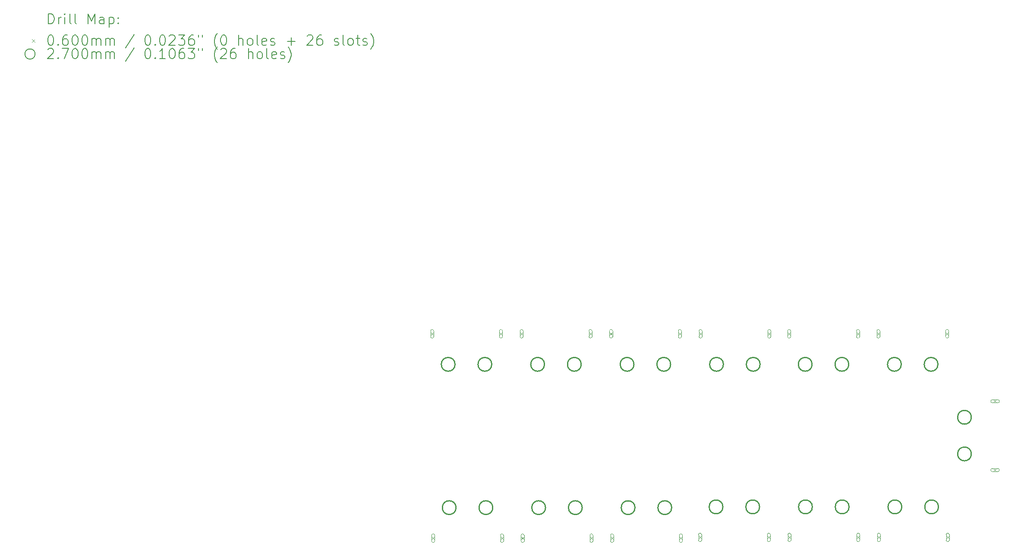
<source format=gbr>
%TF.GenerationSoftware,KiCad,Pcbnew,8.0.6*%
%TF.CreationDate,2025-03-13T21:17:41-04:00*%
%TF.ProjectId,XT60ConnectorBoard,58543630-436f-46e6-9e65-63746f72426f,rev?*%
%TF.SameCoordinates,Original*%
%TF.FileFunction,Drillmap*%
%TF.FilePolarity,Positive*%
%FSLAX45Y45*%
G04 Gerber Fmt 4.5, Leading zero omitted, Abs format (unit mm)*
G04 Created by KiCad (PCBNEW 8.0.6) date 2025-03-13 21:17:41*
%MOMM*%
%LPD*%
G01*
G04 APERTURE LIST*
%ADD10C,0.200000*%
%ADD11C,0.100000*%
%ADD12C,0.270000*%
G04 APERTURE END LIST*
D10*
D11*
X7760000Y-6370000D02*
X7820000Y-6430000D01*
X7820000Y-6370000D02*
X7760000Y-6430000D01*
X7760000Y-6345000D02*
X7760000Y-6455000D01*
X7820000Y-6455000D02*
G75*
G02*
X7760000Y-6455000I-30000J0D01*
G01*
X7820000Y-6455000D02*
X7820000Y-6345000D01*
X7820000Y-6345000D02*
G75*
G03*
X7760000Y-6345000I-30000J0D01*
G01*
X7780000Y-10385000D02*
X7840000Y-10445000D01*
X7840000Y-10385000D02*
X7780000Y-10445000D01*
X7840000Y-10470000D02*
X7840000Y-10360000D01*
X7780000Y-10360000D02*
G75*
G02*
X7840000Y-10360000I30000J0D01*
G01*
X7780000Y-10360000D02*
X7780000Y-10470000D01*
X7780000Y-10470000D02*
G75*
G03*
X7840000Y-10470000I30000J0D01*
G01*
X9110000Y-6370000D02*
X9170000Y-6430000D01*
X9170000Y-6370000D02*
X9110000Y-6430000D01*
X9110000Y-6345000D02*
X9110000Y-6455000D01*
X9170000Y-6455000D02*
G75*
G02*
X9110000Y-6455000I-30000J0D01*
G01*
X9170000Y-6455000D02*
X9170000Y-6345000D01*
X9170000Y-6345000D02*
G75*
G03*
X9110000Y-6345000I-30000J0D01*
G01*
X9130000Y-10385000D02*
X9190000Y-10445000D01*
X9190000Y-10385000D02*
X9130000Y-10445000D01*
X9190000Y-10470000D02*
X9190000Y-10360000D01*
X9130000Y-10360000D02*
G75*
G02*
X9190000Y-10360000I30000J0D01*
G01*
X9130000Y-10360000D02*
X9130000Y-10470000D01*
X9130000Y-10470000D02*
G75*
G03*
X9190000Y-10470000I30000J0D01*
G01*
X9515000Y-6370000D02*
X9575000Y-6430000D01*
X9575000Y-6370000D02*
X9515000Y-6430000D01*
X9515000Y-6345000D02*
X9515000Y-6455000D01*
X9575000Y-6455000D02*
G75*
G02*
X9515000Y-6455000I-30000J0D01*
G01*
X9575000Y-6455000D02*
X9575000Y-6345000D01*
X9575000Y-6345000D02*
G75*
G03*
X9515000Y-6345000I-30000J0D01*
G01*
X9535000Y-10385000D02*
X9595000Y-10445000D01*
X9595000Y-10385000D02*
X9535000Y-10445000D01*
X9595000Y-10470000D02*
X9595000Y-10360000D01*
X9535000Y-10360000D02*
G75*
G02*
X9595000Y-10360000I30000J0D01*
G01*
X9535000Y-10360000D02*
X9535000Y-10470000D01*
X9535000Y-10470000D02*
G75*
G03*
X9595000Y-10470000I30000J0D01*
G01*
X10865000Y-6370000D02*
X10925000Y-6430000D01*
X10925000Y-6370000D02*
X10865000Y-6430000D01*
X10865000Y-6345000D02*
X10865000Y-6455000D01*
X10925000Y-6455000D02*
G75*
G02*
X10865000Y-6455000I-30000J0D01*
G01*
X10925000Y-6455000D02*
X10925000Y-6345000D01*
X10925000Y-6345000D02*
G75*
G03*
X10865000Y-6345000I-30000J0D01*
G01*
X10885000Y-10385000D02*
X10945000Y-10445000D01*
X10945000Y-10385000D02*
X10885000Y-10445000D01*
X10945000Y-10470000D02*
X10945000Y-10360000D01*
X10885000Y-10360000D02*
G75*
G02*
X10945000Y-10360000I30000J0D01*
G01*
X10885000Y-10360000D02*
X10885000Y-10470000D01*
X10885000Y-10470000D02*
G75*
G03*
X10945000Y-10470000I30000J0D01*
G01*
X11270000Y-6370000D02*
X11330000Y-6430000D01*
X11330000Y-6370000D02*
X11270000Y-6430000D01*
X11270000Y-6345000D02*
X11270000Y-6455000D01*
X11330000Y-6455000D02*
G75*
G02*
X11270000Y-6455000I-30000J0D01*
G01*
X11330000Y-6455000D02*
X11330000Y-6345000D01*
X11330000Y-6345000D02*
G75*
G03*
X11270000Y-6345000I-30000J0D01*
G01*
X11290000Y-10385000D02*
X11350000Y-10445000D01*
X11350000Y-10385000D02*
X11290000Y-10445000D01*
X11350000Y-10470000D02*
X11350000Y-10360000D01*
X11290000Y-10360000D02*
G75*
G02*
X11350000Y-10360000I30000J0D01*
G01*
X11290000Y-10360000D02*
X11290000Y-10470000D01*
X11290000Y-10470000D02*
G75*
G03*
X11350000Y-10470000I30000J0D01*
G01*
X12620000Y-6370000D02*
X12680000Y-6430000D01*
X12680000Y-6370000D02*
X12620000Y-6430000D01*
X12620000Y-6345000D02*
X12620000Y-6455000D01*
X12680000Y-6455000D02*
G75*
G02*
X12620000Y-6455000I-30000J0D01*
G01*
X12680000Y-6455000D02*
X12680000Y-6345000D01*
X12680000Y-6345000D02*
G75*
G03*
X12620000Y-6345000I-30000J0D01*
G01*
X12640000Y-10385000D02*
X12700000Y-10445000D01*
X12700000Y-10385000D02*
X12640000Y-10445000D01*
X12700000Y-10470000D02*
X12700000Y-10360000D01*
X12640000Y-10360000D02*
G75*
G02*
X12700000Y-10360000I30000J0D01*
G01*
X12640000Y-10360000D02*
X12640000Y-10470000D01*
X12640000Y-10470000D02*
G75*
G03*
X12700000Y-10470000I30000J0D01*
G01*
X13015000Y-10370000D02*
X13075000Y-10430000D01*
X13075000Y-10370000D02*
X13015000Y-10430000D01*
X13075000Y-10455000D02*
X13075000Y-10345000D01*
X13015000Y-10345000D02*
G75*
G02*
X13075000Y-10345000I30000J0D01*
G01*
X13015000Y-10345000D02*
X13015000Y-10455000D01*
X13015000Y-10455000D02*
G75*
G03*
X13075000Y-10455000I30000J0D01*
G01*
X13025000Y-6370000D02*
X13085000Y-6430000D01*
X13085000Y-6370000D02*
X13025000Y-6430000D01*
X13025000Y-6345000D02*
X13025000Y-6455000D01*
X13085000Y-6455000D02*
G75*
G02*
X13025000Y-6455000I-30000J0D01*
G01*
X13085000Y-6455000D02*
X13085000Y-6345000D01*
X13085000Y-6345000D02*
G75*
G03*
X13025000Y-6345000I-30000J0D01*
G01*
X14365000Y-10370000D02*
X14425000Y-10430000D01*
X14425000Y-10370000D02*
X14365000Y-10430000D01*
X14425000Y-10455000D02*
X14425000Y-10345000D01*
X14365000Y-10345000D02*
G75*
G02*
X14425000Y-10345000I30000J0D01*
G01*
X14365000Y-10345000D02*
X14365000Y-10455000D01*
X14365000Y-10455000D02*
G75*
G03*
X14425000Y-10455000I30000J0D01*
G01*
X14375000Y-6370000D02*
X14435000Y-6430000D01*
X14435000Y-6370000D02*
X14375000Y-6430000D01*
X14375000Y-6345000D02*
X14375000Y-6455000D01*
X14435000Y-6455000D02*
G75*
G02*
X14375000Y-6455000I-30000J0D01*
G01*
X14435000Y-6455000D02*
X14435000Y-6345000D01*
X14435000Y-6345000D02*
G75*
G03*
X14375000Y-6345000I-30000J0D01*
G01*
X14765000Y-6370000D02*
X14825000Y-6430000D01*
X14825000Y-6370000D02*
X14765000Y-6430000D01*
X14765000Y-6345000D02*
X14765000Y-6455000D01*
X14825000Y-6455000D02*
G75*
G02*
X14765000Y-6455000I-30000J0D01*
G01*
X14825000Y-6455000D02*
X14825000Y-6345000D01*
X14825000Y-6345000D02*
G75*
G03*
X14765000Y-6345000I-30000J0D01*
G01*
X14770000Y-10370000D02*
X14830000Y-10430000D01*
X14830000Y-10370000D02*
X14770000Y-10430000D01*
X14830000Y-10455000D02*
X14830000Y-10345000D01*
X14770000Y-10345000D02*
G75*
G02*
X14830000Y-10345000I30000J0D01*
G01*
X14770000Y-10345000D02*
X14770000Y-10455000D01*
X14770000Y-10455000D02*
G75*
G03*
X14830000Y-10455000I30000J0D01*
G01*
X16115000Y-6370000D02*
X16175000Y-6430000D01*
X16175000Y-6370000D02*
X16115000Y-6430000D01*
X16115000Y-6345000D02*
X16115000Y-6455000D01*
X16175000Y-6455000D02*
G75*
G02*
X16115000Y-6455000I-30000J0D01*
G01*
X16175000Y-6455000D02*
X16175000Y-6345000D01*
X16175000Y-6345000D02*
G75*
G03*
X16115000Y-6345000I-30000J0D01*
G01*
X16120000Y-10370000D02*
X16180000Y-10430000D01*
X16180000Y-10370000D02*
X16120000Y-10430000D01*
X16180000Y-10455000D02*
X16180000Y-10345000D01*
X16120000Y-10345000D02*
G75*
G02*
X16180000Y-10345000I30000J0D01*
G01*
X16120000Y-10345000D02*
X16120000Y-10455000D01*
X16120000Y-10455000D02*
G75*
G03*
X16180000Y-10455000I30000J0D01*
G01*
X16515000Y-6370000D02*
X16575000Y-6430000D01*
X16575000Y-6370000D02*
X16515000Y-6430000D01*
X16515000Y-6345000D02*
X16515000Y-6455000D01*
X16575000Y-6455000D02*
G75*
G02*
X16515000Y-6455000I-30000J0D01*
G01*
X16575000Y-6455000D02*
X16575000Y-6345000D01*
X16575000Y-6345000D02*
G75*
G03*
X16515000Y-6345000I-30000J0D01*
G01*
X16525000Y-10370000D02*
X16585000Y-10430000D01*
X16585000Y-10370000D02*
X16525000Y-10430000D01*
X16585000Y-10455000D02*
X16585000Y-10345000D01*
X16525000Y-10345000D02*
G75*
G02*
X16585000Y-10345000I30000J0D01*
G01*
X16525000Y-10345000D02*
X16525000Y-10455000D01*
X16525000Y-10455000D02*
G75*
G03*
X16585000Y-10455000I30000J0D01*
G01*
X17865000Y-6370000D02*
X17925000Y-6430000D01*
X17925000Y-6370000D02*
X17865000Y-6430000D01*
X17865000Y-6345000D02*
X17865000Y-6455000D01*
X17925000Y-6455000D02*
G75*
G02*
X17865000Y-6455000I-30000J0D01*
G01*
X17925000Y-6455000D02*
X17925000Y-6345000D01*
X17925000Y-6345000D02*
G75*
G03*
X17865000Y-6345000I-30000J0D01*
G01*
X17875000Y-10370000D02*
X17935000Y-10430000D01*
X17935000Y-10370000D02*
X17875000Y-10430000D01*
X17935000Y-10455000D02*
X17935000Y-10345000D01*
X17875000Y-10345000D02*
G75*
G02*
X17935000Y-10345000I30000J0D01*
G01*
X17875000Y-10345000D02*
X17875000Y-10455000D01*
X17875000Y-10455000D02*
G75*
G03*
X17935000Y-10455000I30000J0D01*
G01*
X18805000Y-7695000D02*
X18865000Y-7755000D01*
X18865000Y-7695000D02*
X18805000Y-7755000D01*
X18890000Y-7695000D02*
X18780000Y-7695000D01*
X18780000Y-7755000D02*
G75*
G02*
X18780000Y-7695000I0J30000D01*
G01*
X18780000Y-7755000D02*
X18890000Y-7755000D01*
X18890000Y-7755000D02*
G75*
G03*
X18890000Y-7695000I0J30000D01*
G01*
X18805000Y-9045000D02*
X18865000Y-9105000D01*
X18865000Y-9045000D02*
X18805000Y-9105000D01*
X18890000Y-9045000D02*
X18780000Y-9045000D01*
X18780000Y-9105000D02*
G75*
G02*
X18780000Y-9045000I0J30000D01*
G01*
X18780000Y-9105000D02*
X18890000Y-9105000D01*
X18890000Y-9105000D02*
G75*
G03*
X18890000Y-9045000I0J30000D01*
G01*
D12*
X8240000Y-7000000D02*
G75*
G02*
X7970000Y-7000000I-135000J0D01*
G01*
X7970000Y-7000000D02*
G75*
G02*
X8240000Y-7000000I135000J0D01*
G01*
X8260000Y-9815000D02*
G75*
G02*
X7990000Y-9815000I-135000J0D01*
G01*
X7990000Y-9815000D02*
G75*
G02*
X8260000Y-9815000I135000J0D01*
G01*
X8960000Y-7000000D02*
G75*
G02*
X8690000Y-7000000I-135000J0D01*
G01*
X8690000Y-7000000D02*
G75*
G02*
X8960000Y-7000000I135000J0D01*
G01*
X8980000Y-9815000D02*
G75*
G02*
X8710000Y-9815000I-135000J0D01*
G01*
X8710000Y-9815000D02*
G75*
G02*
X8980000Y-9815000I135000J0D01*
G01*
X9995000Y-7000000D02*
G75*
G02*
X9725000Y-7000000I-135000J0D01*
G01*
X9725000Y-7000000D02*
G75*
G02*
X9995000Y-7000000I135000J0D01*
G01*
X10015000Y-9815000D02*
G75*
G02*
X9745000Y-9815000I-135000J0D01*
G01*
X9745000Y-9815000D02*
G75*
G02*
X10015000Y-9815000I135000J0D01*
G01*
X10715000Y-7000000D02*
G75*
G02*
X10445000Y-7000000I-135000J0D01*
G01*
X10445000Y-7000000D02*
G75*
G02*
X10715000Y-7000000I135000J0D01*
G01*
X10735000Y-9815000D02*
G75*
G02*
X10465000Y-9815000I-135000J0D01*
G01*
X10465000Y-9815000D02*
G75*
G02*
X10735000Y-9815000I135000J0D01*
G01*
X11750000Y-7000000D02*
G75*
G02*
X11480000Y-7000000I-135000J0D01*
G01*
X11480000Y-7000000D02*
G75*
G02*
X11750000Y-7000000I135000J0D01*
G01*
X11770000Y-9815000D02*
G75*
G02*
X11500000Y-9815000I-135000J0D01*
G01*
X11500000Y-9815000D02*
G75*
G02*
X11770000Y-9815000I135000J0D01*
G01*
X12470000Y-7000000D02*
G75*
G02*
X12200000Y-7000000I-135000J0D01*
G01*
X12200000Y-7000000D02*
G75*
G02*
X12470000Y-7000000I135000J0D01*
G01*
X12490000Y-9815000D02*
G75*
G02*
X12220000Y-9815000I-135000J0D01*
G01*
X12220000Y-9815000D02*
G75*
G02*
X12490000Y-9815000I135000J0D01*
G01*
X13495000Y-9800000D02*
G75*
G02*
X13225000Y-9800000I-135000J0D01*
G01*
X13225000Y-9800000D02*
G75*
G02*
X13495000Y-9800000I135000J0D01*
G01*
X13505000Y-7000000D02*
G75*
G02*
X13235000Y-7000000I-135000J0D01*
G01*
X13235000Y-7000000D02*
G75*
G02*
X13505000Y-7000000I135000J0D01*
G01*
X14215000Y-9800000D02*
G75*
G02*
X13945000Y-9800000I-135000J0D01*
G01*
X13945000Y-9800000D02*
G75*
G02*
X14215000Y-9800000I135000J0D01*
G01*
X14225000Y-7000000D02*
G75*
G02*
X13955000Y-7000000I-135000J0D01*
G01*
X13955000Y-7000000D02*
G75*
G02*
X14225000Y-7000000I135000J0D01*
G01*
X15245000Y-7000000D02*
G75*
G02*
X14975000Y-7000000I-135000J0D01*
G01*
X14975000Y-7000000D02*
G75*
G02*
X15245000Y-7000000I135000J0D01*
G01*
X15250000Y-9800000D02*
G75*
G02*
X14980000Y-9800000I-135000J0D01*
G01*
X14980000Y-9800000D02*
G75*
G02*
X15250000Y-9800000I135000J0D01*
G01*
X15965000Y-7000000D02*
G75*
G02*
X15695000Y-7000000I-135000J0D01*
G01*
X15695000Y-7000000D02*
G75*
G02*
X15965000Y-7000000I135000J0D01*
G01*
X15970000Y-9800000D02*
G75*
G02*
X15700000Y-9800000I-135000J0D01*
G01*
X15700000Y-9800000D02*
G75*
G02*
X15970000Y-9800000I135000J0D01*
G01*
X16995000Y-7000000D02*
G75*
G02*
X16725000Y-7000000I-135000J0D01*
G01*
X16725000Y-7000000D02*
G75*
G02*
X16995000Y-7000000I135000J0D01*
G01*
X17005000Y-9800000D02*
G75*
G02*
X16735000Y-9800000I-135000J0D01*
G01*
X16735000Y-9800000D02*
G75*
G02*
X17005000Y-9800000I135000J0D01*
G01*
X17715000Y-7000000D02*
G75*
G02*
X17445000Y-7000000I-135000J0D01*
G01*
X17445000Y-7000000D02*
G75*
G02*
X17715000Y-7000000I135000J0D01*
G01*
X17725000Y-9800000D02*
G75*
G02*
X17455000Y-9800000I-135000J0D01*
G01*
X17455000Y-9800000D02*
G75*
G02*
X17725000Y-9800000I135000J0D01*
G01*
X18370000Y-8040000D02*
G75*
G02*
X18100000Y-8040000I-135000J0D01*
G01*
X18100000Y-8040000D02*
G75*
G02*
X18370000Y-8040000I135000J0D01*
G01*
X18370000Y-8760000D02*
G75*
G02*
X18100000Y-8760000I-135000J0D01*
G01*
X18100000Y-8760000D02*
G75*
G02*
X18370000Y-8760000I135000J0D01*
G01*
D10*
X260777Y-311484D02*
X260777Y-111484D01*
X260777Y-111484D02*
X308396Y-111484D01*
X308396Y-111484D02*
X336967Y-121008D01*
X336967Y-121008D02*
X356015Y-140055D01*
X356015Y-140055D02*
X365539Y-159103D01*
X365539Y-159103D02*
X375062Y-197198D01*
X375062Y-197198D02*
X375062Y-225769D01*
X375062Y-225769D02*
X365539Y-263865D01*
X365539Y-263865D02*
X356015Y-282912D01*
X356015Y-282912D02*
X336967Y-301960D01*
X336967Y-301960D02*
X308396Y-311484D01*
X308396Y-311484D02*
X260777Y-311484D01*
X460777Y-311484D02*
X460777Y-178150D01*
X460777Y-216246D02*
X470301Y-197198D01*
X470301Y-197198D02*
X479824Y-187674D01*
X479824Y-187674D02*
X498872Y-178150D01*
X498872Y-178150D02*
X517920Y-178150D01*
X584586Y-311484D02*
X584586Y-178150D01*
X584586Y-111484D02*
X575063Y-121008D01*
X575063Y-121008D02*
X584586Y-130531D01*
X584586Y-130531D02*
X594110Y-121008D01*
X594110Y-121008D02*
X584586Y-111484D01*
X584586Y-111484D02*
X584586Y-130531D01*
X708396Y-311484D02*
X689348Y-301960D01*
X689348Y-301960D02*
X679824Y-282912D01*
X679824Y-282912D02*
X679824Y-111484D01*
X813158Y-311484D02*
X794110Y-301960D01*
X794110Y-301960D02*
X784586Y-282912D01*
X784586Y-282912D02*
X784586Y-111484D01*
X1041729Y-311484D02*
X1041729Y-111484D01*
X1041729Y-111484D02*
X1108396Y-254341D01*
X1108396Y-254341D02*
X1175063Y-111484D01*
X1175063Y-111484D02*
X1175063Y-311484D01*
X1356015Y-311484D02*
X1356015Y-206722D01*
X1356015Y-206722D02*
X1346491Y-187674D01*
X1346491Y-187674D02*
X1327444Y-178150D01*
X1327444Y-178150D02*
X1289348Y-178150D01*
X1289348Y-178150D02*
X1270301Y-187674D01*
X1356015Y-301960D02*
X1336967Y-311484D01*
X1336967Y-311484D02*
X1289348Y-311484D01*
X1289348Y-311484D02*
X1270301Y-301960D01*
X1270301Y-301960D02*
X1260777Y-282912D01*
X1260777Y-282912D02*
X1260777Y-263865D01*
X1260777Y-263865D02*
X1270301Y-244817D01*
X1270301Y-244817D02*
X1289348Y-235293D01*
X1289348Y-235293D02*
X1336967Y-235293D01*
X1336967Y-235293D02*
X1356015Y-225769D01*
X1451253Y-178150D02*
X1451253Y-378150D01*
X1451253Y-187674D02*
X1470301Y-178150D01*
X1470301Y-178150D02*
X1508396Y-178150D01*
X1508396Y-178150D02*
X1527443Y-187674D01*
X1527443Y-187674D02*
X1536967Y-197198D01*
X1536967Y-197198D02*
X1546491Y-216246D01*
X1546491Y-216246D02*
X1546491Y-273389D01*
X1546491Y-273389D02*
X1536967Y-292436D01*
X1536967Y-292436D02*
X1527443Y-301960D01*
X1527443Y-301960D02*
X1508396Y-311484D01*
X1508396Y-311484D02*
X1470301Y-311484D01*
X1470301Y-311484D02*
X1451253Y-301960D01*
X1632205Y-292436D02*
X1641729Y-301960D01*
X1641729Y-301960D02*
X1632205Y-311484D01*
X1632205Y-311484D02*
X1622682Y-301960D01*
X1622682Y-301960D02*
X1632205Y-292436D01*
X1632205Y-292436D02*
X1632205Y-311484D01*
X1632205Y-187674D02*
X1641729Y-197198D01*
X1641729Y-197198D02*
X1632205Y-206722D01*
X1632205Y-206722D02*
X1622682Y-197198D01*
X1622682Y-197198D02*
X1632205Y-187674D01*
X1632205Y-187674D02*
X1632205Y-206722D01*
D11*
X-60000Y-610000D02*
X0Y-670000D01*
X0Y-610000D02*
X-60000Y-670000D01*
D10*
X298872Y-531484D02*
X317920Y-531484D01*
X317920Y-531484D02*
X336967Y-541008D01*
X336967Y-541008D02*
X346491Y-550531D01*
X346491Y-550531D02*
X356015Y-569579D01*
X356015Y-569579D02*
X365539Y-607674D01*
X365539Y-607674D02*
X365539Y-655293D01*
X365539Y-655293D02*
X356015Y-693389D01*
X356015Y-693389D02*
X346491Y-712436D01*
X346491Y-712436D02*
X336967Y-721960D01*
X336967Y-721960D02*
X317920Y-731484D01*
X317920Y-731484D02*
X298872Y-731484D01*
X298872Y-731484D02*
X279824Y-721960D01*
X279824Y-721960D02*
X270301Y-712436D01*
X270301Y-712436D02*
X260777Y-693389D01*
X260777Y-693389D02*
X251253Y-655293D01*
X251253Y-655293D02*
X251253Y-607674D01*
X251253Y-607674D02*
X260777Y-569579D01*
X260777Y-569579D02*
X270301Y-550531D01*
X270301Y-550531D02*
X279824Y-541008D01*
X279824Y-541008D02*
X298872Y-531484D01*
X451253Y-712436D02*
X460777Y-721960D01*
X460777Y-721960D02*
X451253Y-731484D01*
X451253Y-731484D02*
X441729Y-721960D01*
X441729Y-721960D02*
X451253Y-712436D01*
X451253Y-712436D02*
X451253Y-731484D01*
X632205Y-531484D02*
X594110Y-531484D01*
X594110Y-531484D02*
X575063Y-541008D01*
X575063Y-541008D02*
X565539Y-550531D01*
X565539Y-550531D02*
X546491Y-579103D01*
X546491Y-579103D02*
X536967Y-617198D01*
X536967Y-617198D02*
X536967Y-693389D01*
X536967Y-693389D02*
X546491Y-712436D01*
X546491Y-712436D02*
X556015Y-721960D01*
X556015Y-721960D02*
X575063Y-731484D01*
X575063Y-731484D02*
X613158Y-731484D01*
X613158Y-731484D02*
X632205Y-721960D01*
X632205Y-721960D02*
X641729Y-712436D01*
X641729Y-712436D02*
X651253Y-693389D01*
X651253Y-693389D02*
X651253Y-645770D01*
X651253Y-645770D02*
X641729Y-626722D01*
X641729Y-626722D02*
X632205Y-617198D01*
X632205Y-617198D02*
X613158Y-607674D01*
X613158Y-607674D02*
X575063Y-607674D01*
X575063Y-607674D02*
X556015Y-617198D01*
X556015Y-617198D02*
X546491Y-626722D01*
X546491Y-626722D02*
X536967Y-645770D01*
X775062Y-531484D02*
X794110Y-531484D01*
X794110Y-531484D02*
X813158Y-541008D01*
X813158Y-541008D02*
X822682Y-550531D01*
X822682Y-550531D02*
X832205Y-569579D01*
X832205Y-569579D02*
X841729Y-607674D01*
X841729Y-607674D02*
X841729Y-655293D01*
X841729Y-655293D02*
X832205Y-693389D01*
X832205Y-693389D02*
X822682Y-712436D01*
X822682Y-712436D02*
X813158Y-721960D01*
X813158Y-721960D02*
X794110Y-731484D01*
X794110Y-731484D02*
X775062Y-731484D01*
X775062Y-731484D02*
X756015Y-721960D01*
X756015Y-721960D02*
X746491Y-712436D01*
X746491Y-712436D02*
X736967Y-693389D01*
X736967Y-693389D02*
X727443Y-655293D01*
X727443Y-655293D02*
X727443Y-607674D01*
X727443Y-607674D02*
X736967Y-569579D01*
X736967Y-569579D02*
X746491Y-550531D01*
X746491Y-550531D02*
X756015Y-541008D01*
X756015Y-541008D02*
X775062Y-531484D01*
X965539Y-531484D02*
X984586Y-531484D01*
X984586Y-531484D02*
X1003634Y-541008D01*
X1003634Y-541008D02*
X1013158Y-550531D01*
X1013158Y-550531D02*
X1022682Y-569579D01*
X1022682Y-569579D02*
X1032205Y-607674D01*
X1032205Y-607674D02*
X1032205Y-655293D01*
X1032205Y-655293D02*
X1022682Y-693389D01*
X1022682Y-693389D02*
X1013158Y-712436D01*
X1013158Y-712436D02*
X1003634Y-721960D01*
X1003634Y-721960D02*
X984586Y-731484D01*
X984586Y-731484D02*
X965539Y-731484D01*
X965539Y-731484D02*
X946491Y-721960D01*
X946491Y-721960D02*
X936967Y-712436D01*
X936967Y-712436D02*
X927443Y-693389D01*
X927443Y-693389D02*
X917920Y-655293D01*
X917920Y-655293D02*
X917920Y-607674D01*
X917920Y-607674D02*
X927443Y-569579D01*
X927443Y-569579D02*
X936967Y-550531D01*
X936967Y-550531D02*
X946491Y-541008D01*
X946491Y-541008D02*
X965539Y-531484D01*
X1117920Y-731484D02*
X1117920Y-598150D01*
X1117920Y-617198D02*
X1127444Y-607674D01*
X1127444Y-607674D02*
X1146491Y-598150D01*
X1146491Y-598150D02*
X1175063Y-598150D01*
X1175063Y-598150D02*
X1194110Y-607674D01*
X1194110Y-607674D02*
X1203634Y-626722D01*
X1203634Y-626722D02*
X1203634Y-731484D01*
X1203634Y-626722D02*
X1213158Y-607674D01*
X1213158Y-607674D02*
X1232205Y-598150D01*
X1232205Y-598150D02*
X1260777Y-598150D01*
X1260777Y-598150D02*
X1279825Y-607674D01*
X1279825Y-607674D02*
X1289348Y-626722D01*
X1289348Y-626722D02*
X1289348Y-731484D01*
X1384586Y-731484D02*
X1384586Y-598150D01*
X1384586Y-617198D02*
X1394110Y-607674D01*
X1394110Y-607674D02*
X1413158Y-598150D01*
X1413158Y-598150D02*
X1441729Y-598150D01*
X1441729Y-598150D02*
X1460777Y-607674D01*
X1460777Y-607674D02*
X1470301Y-626722D01*
X1470301Y-626722D02*
X1470301Y-731484D01*
X1470301Y-626722D02*
X1479824Y-607674D01*
X1479824Y-607674D02*
X1498872Y-598150D01*
X1498872Y-598150D02*
X1527443Y-598150D01*
X1527443Y-598150D02*
X1546491Y-607674D01*
X1546491Y-607674D02*
X1556015Y-626722D01*
X1556015Y-626722D02*
X1556015Y-731484D01*
X1946491Y-521960D02*
X1775063Y-779103D01*
X2203634Y-531484D02*
X2222682Y-531484D01*
X2222682Y-531484D02*
X2241729Y-541008D01*
X2241729Y-541008D02*
X2251253Y-550531D01*
X2251253Y-550531D02*
X2260777Y-569579D01*
X2260777Y-569579D02*
X2270301Y-607674D01*
X2270301Y-607674D02*
X2270301Y-655293D01*
X2270301Y-655293D02*
X2260777Y-693389D01*
X2260777Y-693389D02*
X2251253Y-712436D01*
X2251253Y-712436D02*
X2241729Y-721960D01*
X2241729Y-721960D02*
X2222682Y-731484D01*
X2222682Y-731484D02*
X2203634Y-731484D01*
X2203634Y-731484D02*
X2184587Y-721960D01*
X2184587Y-721960D02*
X2175063Y-712436D01*
X2175063Y-712436D02*
X2165539Y-693389D01*
X2165539Y-693389D02*
X2156015Y-655293D01*
X2156015Y-655293D02*
X2156015Y-607674D01*
X2156015Y-607674D02*
X2165539Y-569579D01*
X2165539Y-569579D02*
X2175063Y-550531D01*
X2175063Y-550531D02*
X2184587Y-541008D01*
X2184587Y-541008D02*
X2203634Y-531484D01*
X2356015Y-712436D02*
X2365539Y-721960D01*
X2365539Y-721960D02*
X2356015Y-731484D01*
X2356015Y-731484D02*
X2346491Y-721960D01*
X2346491Y-721960D02*
X2356015Y-712436D01*
X2356015Y-712436D02*
X2356015Y-731484D01*
X2489348Y-531484D02*
X2508396Y-531484D01*
X2508396Y-531484D02*
X2527444Y-541008D01*
X2527444Y-541008D02*
X2536968Y-550531D01*
X2536968Y-550531D02*
X2546491Y-569579D01*
X2546491Y-569579D02*
X2556015Y-607674D01*
X2556015Y-607674D02*
X2556015Y-655293D01*
X2556015Y-655293D02*
X2546491Y-693389D01*
X2546491Y-693389D02*
X2536968Y-712436D01*
X2536968Y-712436D02*
X2527444Y-721960D01*
X2527444Y-721960D02*
X2508396Y-731484D01*
X2508396Y-731484D02*
X2489348Y-731484D01*
X2489348Y-731484D02*
X2470301Y-721960D01*
X2470301Y-721960D02*
X2460777Y-712436D01*
X2460777Y-712436D02*
X2451253Y-693389D01*
X2451253Y-693389D02*
X2441729Y-655293D01*
X2441729Y-655293D02*
X2441729Y-607674D01*
X2441729Y-607674D02*
X2451253Y-569579D01*
X2451253Y-569579D02*
X2460777Y-550531D01*
X2460777Y-550531D02*
X2470301Y-541008D01*
X2470301Y-541008D02*
X2489348Y-531484D01*
X2632206Y-550531D02*
X2641729Y-541008D01*
X2641729Y-541008D02*
X2660777Y-531484D01*
X2660777Y-531484D02*
X2708396Y-531484D01*
X2708396Y-531484D02*
X2727444Y-541008D01*
X2727444Y-541008D02*
X2736968Y-550531D01*
X2736968Y-550531D02*
X2746491Y-569579D01*
X2746491Y-569579D02*
X2746491Y-588627D01*
X2746491Y-588627D02*
X2736968Y-617198D01*
X2736968Y-617198D02*
X2622682Y-731484D01*
X2622682Y-731484D02*
X2746491Y-731484D01*
X2813158Y-531484D02*
X2936967Y-531484D01*
X2936967Y-531484D02*
X2870301Y-607674D01*
X2870301Y-607674D02*
X2898872Y-607674D01*
X2898872Y-607674D02*
X2917920Y-617198D01*
X2917920Y-617198D02*
X2927444Y-626722D01*
X2927444Y-626722D02*
X2936967Y-645770D01*
X2936967Y-645770D02*
X2936967Y-693389D01*
X2936967Y-693389D02*
X2927444Y-712436D01*
X2927444Y-712436D02*
X2917920Y-721960D01*
X2917920Y-721960D02*
X2898872Y-731484D01*
X2898872Y-731484D02*
X2841729Y-731484D01*
X2841729Y-731484D02*
X2822682Y-721960D01*
X2822682Y-721960D02*
X2813158Y-712436D01*
X3108396Y-531484D02*
X3070301Y-531484D01*
X3070301Y-531484D02*
X3051253Y-541008D01*
X3051253Y-541008D02*
X3041729Y-550531D01*
X3041729Y-550531D02*
X3022682Y-579103D01*
X3022682Y-579103D02*
X3013158Y-617198D01*
X3013158Y-617198D02*
X3013158Y-693389D01*
X3013158Y-693389D02*
X3022682Y-712436D01*
X3022682Y-712436D02*
X3032206Y-721960D01*
X3032206Y-721960D02*
X3051253Y-731484D01*
X3051253Y-731484D02*
X3089348Y-731484D01*
X3089348Y-731484D02*
X3108396Y-721960D01*
X3108396Y-721960D02*
X3117920Y-712436D01*
X3117920Y-712436D02*
X3127444Y-693389D01*
X3127444Y-693389D02*
X3127444Y-645770D01*
X3127444Y-645770D02*
X3117920Y-626722D01*
X3117920Y-626722D02*
X3108396Y-617198D01*
X3108396Y-617198D02*
X3089348Y-607674D01*
X3089348Y-607674D02*
X3051253Y-607674D01*
X3051253Y-607674D02*
X3032206Y-617198D01*
X3032206Y-617198D02*
X3022682Y-626722D01*
X3022682Y-626722D02*
X3013158Y-645770D01*
X3203634Y-531484D02*
X3203634Y-569579D01*
X3279825Y-531484D02*
X3279825Y-569579D01*
X3575063Y-807674D02*
X3565539Y-798150D01*
X3565539Y-798150D02*
X3546491Y-769579D01*
X3546491Y-769579D02*
X3536968Y-750531D01*
X3536968Y-750531D02*
X3527444Y-721960D01*
X3527444Y-721960D02*
X3517920Y-674341D01*
X3517920Y-674341D02*
X3517920Y-636246D01*
X3517920Y-636246D02*
X3527444Y-588627D01*
X3527444Y-588627D02*
X3536968Y-560055D01*
X3536968Y-560055D02*
X3546491Y-541008D01*
X3546491Y-541008D02*
X3565539Y-512436D01*
X3565539Y-512436D02*
X3575063Y-502912D01*
X3689348Y-531484D02*
X3708396Y-531484D01*
X3708396Y-531484D02*
X3727444Y-541008D01*
X3727444Y-541008D02*
X3736968Y-550531D01*
X3736968Y-550531D02*
X3746491Y-569579D01*
X3746491Y-569579D02*
X3756015Y-607674D01*
X3756015Y-607674D02*
X3756015Y-655293D01*
X3756015Y-655293D02*
X3746491Y-693389D01*
X3746491Y-693389D02*
X3736968Y-712436D01*
X3736968Y-712436D02*
X3727444Y-721960D01*
X3727444Y-721960D02*
X3708396Y-731484D01*
X3708396Y-731484D02*
X3689348Y-731484D01*
X3689348Y-731484D02*
X3670301Y-721960D01*
X3670301Y-721960D02*
X3660777Y-712436D01*
X3660777Y-712436D02*
X3651253Y-693389D01*
X3651253Y-693389D02*
X3641729Y-655293D01*
X3641729Y-655293D02*
X3641729Y-607674D01*
X3641729Y-607674D02*
X3651253Y-569579D01*
X3651253Y-569579D02*
X3660777Y-550531D01*
X3660777Y-550531D02*
X3670301Y-541008D01*
X3670301Y-541008D02*
X3689348Y-531484D01*
X3994110Y-731484D02*
X3994110Y-531484D01*
X4079825Y-731484D02*
X4079825Y-626722D01*
X4079825Y-626722D02*
X4070301Y-607674D01*
X4070301Y-607674D02*
X4051253Y-598150D01*
X4051253Y-598150D02*
X4022682Y-598150D01*
X4022682Y-598150D02*
X4003634Y-607674D01*
X4003634Y-607674D02*
X3994110Y-617198D01*
X4203634Y-731484D02*
X4184587Y-721960D01*
X4184587Y-721960D02*
X4175063Y-712436D01*
X4175063Y-712436D02*
X4165539Y-693389D01*
X4165539Y-693389D02*
X4165539Y-636246D01*
X4165539Y-636246D02*
X4175063Y-617198D01*
X4175063Y-617198D02*
X4184587Y-607674D01*
X4184587Y-607674D02*
X4203634Y-598150D01*
X4203634Y-598150D02*
X4232206Y-598150D01*
X4232206Y-598150D02*
X4251253Y-607674D01*
X4251253Y-607674D02*
X4260777Y-617198D01*
X4260777Y-617198D02*
X4270301Y-636246D01*
X4270301Y-636246D02*
X4270301Y-693389D01*
X4270301Y-693389D02*
X4260777Y-712436D01*
X4260777Y-712436D02*
X4251253Y-721960D01*
X4251253Y-721960D02*
X4232206Y-731484D01*
X4232206Y-731484D02*
X4203634Y-731484D01*
X4384587Y-731484D02*
X4365539Y-721960D01*
X4365539Y-721960D02*
X4356015Y-702912D01*
X4356015Y-702912D02*
X4356015Y-531484D01*
X4536968Y-721960D02*
X4517920Y-731484D01*
X4517920Y-731484D02*
X4479825Y-731484D01*
X4479825Y-731484D02*
X4460777Y-721960D01*
X4460777Y-721960D02*
X4451253Y-702912D01*
X4451253Y-702912D02*
X4451253Y-626722D01*
X4451253Y-626722D02*
X4460777Y-607674D01*
X4460777Y-607674D02*
X4479825Y-598150D01*
X4479825Y-598150D02*
X4517920Y-598150D01*
X4517920Y-598150D02*
X4536968Y-607674D01*
X4536968Y-607674D02*
X4546492Y-626722D01*
X4546492Y-626722D02*
X4546492Y-645770D01*
X4546492Y-645770D02*
X4451253Y-664817D01*
X4622682Y-721960D02*
X4641730Y-731484D01*
X4641730Y-731484D02*
X4679825Y-731484D01*
X4679825Y-731484D02*
X4698873Y-721960D01*
X4698873Y-721960D02*
X4708396Y-702912D01*
X4708396Y-702912D02*
X4708396Y-693389D01*
X4708396Y-693389D02*
X4698873Y-674341D01*
X4698873Y-674341D02*
X4679825Y-664817D01*
X4679825Y-664817D02*
X4651253Y-664817D01*
X4651253Y-664817D02*
X4632206Y-655293D01*
X4632206Y-655293D02*
X4622682Y-636246D01*
X4622682Y-636246D02*
X4622682Y-626722D01*
X4622682Y-626722D02*
X4632206Y-607674D01*
X4632206Y-607674D02*
X4651253Y-598150D01*
X4651253Y-598150D02*
X4679825Y-598150D01*
X4679825Y-598150D02*
X4698873Y-607674D01*
X4946492Y-655293D02*
X5098873Y-655293D01*
X5022682Y-731484D02*
X5022682Y-579103D01*
X5336968Y-550531D02*
X5346492Y-541008D01*
X5346492Y-541008D02*
X5365539Y-531484D01*
X5365539Y-531484D02*
X5413158Y-531484D01*
X5413158Y-531484D02*
X5432206Y-541008D01*
X5432206Y-541008D02*
X5441730Y-550531D01*
X5441730Y-550531D02*
X5451254Y-569579D01*
X5451254Y-569579D02*
X5451254Y-588627D01*
X5451254Y-588627D02*
X5441730Y-617198D01*
X5441730Y-617198D02*
X5327444Y-731484D01*
X5327444Y-731484D02*
X5451254Y-731484D01*
X5622682Y-531484D02*
X5584587Y-531484D01*
X5584587Y-531484D02*
X5565539Y-541008D01*
X5565539Y-541008D02*
X5556015Y-550531D01*
X5556015Y-550531D02*
X5536968Y-579103D01*
X5536968Y-579103D02*
X5527444Y-617198D01*
X5527444Y-617198D02*
X5527444Y-693389D01*
X5527444Y-693389D02*
X5536968Y-712436D01*
X5536968Y-712436D02*
X5546492Y-721960D01*
X5546492Y-721960D02*
X5565539Y-731484D01*
X5565539Y-731484D02*
X5603634Y-731484D01*
X5603634Y-731484D02*
X5622682Y-721960D01*
X5622682Y-721960D02*
X5632206Y-712436D01*
X5632206Y-712436D02*
X5641730Y-693389D01*
X5641730Y-693389D02*
X5641730Y-645770D01*
X5641730Y-645770D02*
X5632206Y-626722D01*
X5632206Y-626722D02*
X5622682Y-617198D01*
X5622682Y-617198D02*
X5603634Y-607674D01*
X5603634Y-607674D02*
X5565539Y-607674D01*
X5565539Y-607674D02*
X5546492Y-617198D01*
X5546492Y-617198D02*
X5536968Y-626722D01*
X5536968Y-626722D02*
X5527444Y-645770D01*
X5870301Y-721960D02*
X5889349Y-731484D01*
X5889349Y-731484D02*
X5927444Y-731484D01*
X5927444Y-731484D02*
X5946492Y-721960D01*
X5946492Y-721960D02*
X5956015Y-702912D01*
X5956015Y-702912D02*
X5956015Y-693389D01*
X5956015Y-693389D02*
X5946492Y-674341D01*
X5946492Y-674341D02*
X5927444Y-664817D01*
X5927444Y-664817D02*
X5898873Y-664817D01*
X5898873Y-664817D02*
X5879825Y-655293D01*
X5879825Y-655293D02*
X5870301Y-636246D01*
X5870301Y-636246D02*
X5870301Y-626722D01*
X5870301Y-626722D02*
X5879825Y-607674D01*
X5879825Y-607674D02*
X5898873Y-598150D01*
X5898873Y-598150D02*
X5927444Y-598150D01*
X5927444Y-598150D02*
X5946492Y-607674D01*
X6070301Y-731484D02*
X6051254Y-721960D01*
X6051254Y-721960D02*
X6041730Y-702912D01*
X6041730Y-702912D02*
X6041730Y-531484D01*
X6175063Y-731484D02*
X6156015Y-721960D01*
X6156015Y-721960D02*
X6146492Y-712436D01*
X6146492Y-712436D02*
X6136968Y-693389D01*
X6136968Y-693389D02*
X6136968Y-636246D01*
X6136968Y-636246D02*
X6146492Y-617198D01*
X6146492Y-617198D02*
X6156015Y-607674D01*
X6156015Y-607674D02*
X6175063Y-598150D01*
X6175063Y-598150D02*
X6203635Y-598150D01*
X6203635Y-598150D02*
X6222682Y-607674D01*
X6222682Y-607674D02*
X6232206Y-617198D01*
X6232206Y-617198D02*
X6241730Y-636246D01*
X6241730Y-636246D02*
X6241730Y-693389D01*
X6241730Y-693389D02*
X6232206Y-712436D01*
X6232206Y-712436D02*
X6222682Y-721960D01*
X6222682Y-721960D02*
X6203635Y-731484D01*
X6203635Y-731484D02*
X6175063Y-731484D01*
X6298873Y-598150D02*
X6375063Y-598150D01*
X6327444Y-531484D02*
X6327444Y-702912D01*
X6327444Y-702912D02*
X6336968Y-721960D01*
X6336968Y-721960D02*
X6356015Y-731484D01*
X6356015Y-731484D02*
X6375063Y-731484D01*
X6432206Y-721960D02*
X6451254Y-731484D01*
X6451254Y-731484D02*
X6489349Y-731484D01*
X6489349Y-731484D02*
X6508396Y-721960D01*
X6508396Y-721960D02*
X6517920Y-702912D01*
X6517920Y-702912D02*
X6517920Y-693389D01*
X6517920Y-693389D02*
X6508396Y-674341D01*
X6508396Y-674341D02*
X6489349Y-664817D01*
X6489349Y-664817D02*
X6460777Y-664817D01*
X6460777Y-664817D02*
X6441730Y-655293D01*
X6441730Y-655293D02*
X6432206Y-636246D01*
X6432206Y-636246D02*
X6432206Y-626722D01*
X6432206Y-626722D02*
X6441730Y-607674D01*
X6441730Y-607674D02*
X6460777Y-598150D01*
X6460777Y-598150D02*
X6489349Y-598150D01*
X6489349Y-598150D02*
X6508396Y-607674D01*
X6584587Y-807674D02*
X6594111Y-798150D01*
X6594111Y-798150D02*
X6613158Y-769579D01*
X6613158Y-769579D02*
X6622682Y-750531D01*
X6622682Y-750531D02*
X6632206Y-721960D01*
X6632206Y-721960D02*
X6641730Y-674341D01*
X6641730Y-674341D02*
X6641730Y-636246D01*
X6641730Y-636246D02*
X6632206Y-588627D01*
X6632206Y-588627D02*
X6622682Y-560055D01*
X6622682Y-560055D02*
X6613158Y-541008D01*
X6613158Y-541008D02*
X6594111Y-512436D01*
X6594111Y-512436D02*
X6584587Y-502912D01*
X0Y-904000D02*
G75*
G02*
X-200000Y-904000I-100000J0D01*
G01*
X-200000Y-904000D02*
G75*
G02*
X0Y-904000I100000J0D01*
G01*
X251253Y-814531D02*
X260777Y-805008D01*
X260777Y-805008D02*
X279824Y-795484D01*
X279824Y-795484D02*
X327444Y-795484D01*
X327444Y-795484D02*
X346491Y-805008D01*
X346491Y-805008D02*
X356015Y-814531D01*
X356015Y-814531D02*
X365539Y-833579D01*
X365539Y-833579D02*
X365539Y-852627D01*
X365539Y-852627D02*
X356015Y-881198D01*
X356015Y-881198D02*
X241729Y-995484D01*
X241729Y-995484D02*
X365539Y-995484D01*
X451253Y-976436D02*
X460777Y-985960D01*
X460777Y-985960D02*
X451253Y-995484D01*
X451253Y-995484D02*
X441729Y-985960D01*
X441729Y-985960D02*
X451253Y-976436D01*
X451253Y-976436D02*
X451253Y-995484D01*
X527444Y-795484D02*
X660777Y-795484D01*
X660777Y-795484D02*
X575063Y-995484D01*
X775062Y-795484D02*
X794110Y-795484D01*
X794110Y-795484D02*
X813158Y-805008D01*
X813158Y-805008D02*
X822682Y-814531D01*
X822682Y-814531D02*
X832205Y-833579D01*
X832205Y-833579D02*
X841729Y-871674D01*
X841729Y-871674D02*
X841729Y-919293D01*
X841729Y-919293D02*
X832205Y-957388D01*
X832205Y-957388D02*
X822682Y-976436D01*
X822682Y-976436D02*
X813158Y-985960D01*
X813158Y-985960D02*
X794110Y-995484D01*
X794110Y-995484D02*
X775062Y-995484D01*
X775062Y-995484D02*
X756015Y-985960D01*
X756015Y-985960D02*
X746491Y-976436D01*
X746491Y-976436D02*
X736967Y-957388D01*
X736967Y-957388D02*
X727443Y-919293D01*
X727443Y-919293D02*
X727443Y-871674D01*
X727443Y-871674D02*
X736967Y-833579D01*
X736967Y-833579D02*
X746491Y-814531D01*
X746491Y-814531D02*
X756015Y-805008D01*
X756015Y-805008D02*
X775062Y-795484D01*
X965539Y-795484D02*
X984586Y-795484D01*
X984586Y-795484D02*
X1003634Y-805008D01*
X1003634Y-805008D02*
X1013158Y-814531D01*
X1013158Y-814531D02*
X1022682Y-833579D01*
X1022682Y-833579D02*
X1032205Y-871674D01*
X1032205Y-871674D02*
X1032205Y-919293D01*
X1032205Y-919293D02*
X1022682Y-957388D01*
X1022682Y-957388D02*
X1013158Y-976436D01*
X1013158Y-976436D02*
X1003634Y-985960D01*
X1003634Y-985960D02*
X984586Y-995484D01*
X984586Y-995484D02*
X965539Y-995484D01*
X965539Y-995484D02*
X946491Y-985960D01*
X946491Y-985960D02*
X936967Y-976436D01*
X936967Y-976436D02*
X927443Y-957388D01*
X927443Y-957388D02*
X917920Y-919293D01*
X917920Y-919293D02*
X917920Y-871674D01*
X917920Y-871674D02*
X927443Y-833579D01*
X927443Y-833579D02*
X936967Y-814531D01*
X936967Y-814531D02*
X946491Y-805008D01*
X946491Y-805008D02*
X965539Y-795484D01*
X1117920Y-995484D02*
X1117920Y-862150D01*
X1117920Y-881198D02*
X1127444Y-871674D01*
X1127444Y-871674D02*
X1146491Y-862150D01*
X1146491Y-862150D02*
X1175063Y-862150D01*
X1175063Y-862150D02*
X1194110Y-871674D01*
X1194110Y-871674D02*
X1203634Y-890722D01*
X1203634Y-890722D02*
X1203634Y-995484D01*
X1203634Y-890722D02*
X1213158Y-871674D01*
X1213158Y-871674D02*
X1232205Y-862150D01*
X1232205Y-862150D02*
X1260777Y-862150D01*
X1260777Y-862150D02*
X1279825Y-871674D01*
X1279825Y-871674D02*
X1289348Y-890722D01*
X1289348Y-890722D02*
X1289348Y-995484D01*
X1384586Y-995484D02*
X1384586Y-862150D01*
X1384586Y-881198D02*
X1394110Y-871674D01*
X1394110Y-871674D02*
X1413158Y-862150D01*
X1413158Y-862150D02*
X1441729Y-862150D01*
X1441729Y-862150D02*
X1460777Y-871674D01*
X1460777Y-871674D02*
X1470301Y-890722D01*
X1470301Y-890722D02*
X1470301Y-995484D01*
X1470301Y-890722D02*
X1479824Y-871674D01*
X1479824Y-871674D02*
X1498872Y-862150D01*
X1498872Y-862150D02*
X1527443Y-862150D01*
X1527443Y-862150D02*
X1546491Y-871674D01*
X1546491Y-871674D02*
X1556015Y-890722D01*
X1556015Y-890722D02*
X1556015Y-995484D01*
X1946491Y-785960D02*
X1775063Y-1043103D01*
X2203634Y-795484D02*
X2222682Y-795484D01*
X2222682Y-795484D02*
X2241729Y-805008D01*
X2241729Y-805008D02*
X2251253Y-814531D01*
X2251253Y-814531D02*
X2260777Y-833579D01*
X2260777Y-833579D02*
X2270301Y-871674D01*
X2270301Y-871674D02*
X2270301Y-919293D01*
X2270301Y-919293D02*
X2260777Y-957388D01*
X2260777Y-957388D02*
X2251253Y-976436D01*
X2251253Y-976436D02*
X2241729Y-985960D01*
X2241729Y-985960D02*
X2222682Y-995484D01*
X2222682Y-995484D02*
X2203634Y-995484D01*
X2203634Y-995484D02*
X2184587Y-985960D01*
X2184587Y-985960D02*
X2175063Y-976436D01*
X2175063Y-976436D02*
X2165539Y-957388D01*
X2165539Y-957388D02*
X2156015Y-919293D01*
X2156015Y-919293D02*
X2156015Y-871674D01*
X2156015Y-871674D02*
X2165539Y-833579D01*
X2165539Y-833579D02*
X2175063Y-814531D01*
X2175063Y-814531D02*
X2184587Y-805008D01*
X2184587Y-805008D02*
X2203634Y-795484D01*
X2356015Y-976436D02*
X2365539Y-985960D01*
X2365539Y-985960D02*
X2356015Y-995484D01*
X2356015Y-995484D02*
X2346491Y-985960D01*
X2346491Y-985960D02*
X2356015Y-976436D01*
X2356015Y-976436D02*
X2356015Y-995484D01*
X2556015Y-995484D02*
X2441729Y-995484D01*
X2498872Y-995484D02*
X2498872Y-795484D01*
X2498872Y-795484D02*
X2479825Y-824055D01*
X2479825Y-824055D02*
X2460777Y-843103D01*
X2460777Y-843103D02*
X2441729Y-852627D01*
X2679825Y-795484D02*
X2698872Y-795484D01*
X2698872Y-795484D02*
X2717920Y-805008D01*
X2717920Y-805008D02*
X2727444Y-814531D01*
X2727444Y-814531D02*
X2736968Y-833579D01*
X2736968Y-833579D02*
X2746491Y-871674D01*
X2746491Y-871674D02*
X2746491Y-919293D01*
X2746491Y-919293D02*
X2736968Y-957388D01*
X2736968Y-957388D02*
X2727444Y-976436D01*
X2727444Y-976436D02*
X2717920Y-985960D01*
X2717920Y-985960D02*
X2698872Y-995484D01*
X2698872Y-995484D02*
X2679825Y-995484D01*
X2679825Y-995484D02*
X2660777Y-985960D01*
X2660777Y-985960D02*
X2651253Y-976436D01*
X2651253Y-976436D02*
X2641729Y-957388D01*
X2641729Y-957388D02*
X2632206Y-919293D01*
X2632206Y-919293D02*
X2632206Y-871674D01*
X2632206Y-871674D02*
X2641729Y-833579D01*
X2641729Y-833579D02*
X2651253Y-814531D01*
X2651253Y-814531D02*
X2660777Y-805008D01*
X2660777Y-805008D02*
X2679825Y-795484D01*
X2917920Y-795484D02*
X2879825Y-795484D01*
X2879825Y-795484D02*
X2860777Y-805008D01*
X2860777Y-805008D02*
X2851253Y-814531D01*
X2851253Y-814531D02*
X2832206Y-843103D01*
X2832206Y-843103D02*
X2822682Y-881198D01*
X2822682Y-881198D02*
X2822682Y-957388D01*
X2822682Y-957388D02*
X2832206Y-976436D01*
X2832206Y-976436D02*
X2841729Y-985960D01*
X2841729Y-985960D02*
X2860777Y-995484D01*
X2860777Y-995484D02*
X2898872Y-995484D01*
X2898872Y-995484D02*
X2917920Y-985960D01*
X2917920Y-985960D02*
X2927444Y-976436D01*
X2927444Y-976436D02*
X2936967Y-957388D01*
X2936967Y-957388D02*
X2936967Y-909769D01*
X2936967Y-909769D02*
X2927444Y-890722D01*
X2927444Y-890722D02*
X2917920Y-881198D01*
X2917920Y-881198D02*
X2898872Y-871674D01*
X2898872Y-871674D02*
X2860777Y-871674D01*
X2860777Y-871674D02*
X2841729Y-881198D01*
X2841729Y-881198D02*
X2832206Y-890722D01*
X2832206Y-890722D02*
X2822682Y-909769D01*
X3003634Y-795484D02*
X3127444Y-795484D01*
X3127444Y-795484D02*
X3060777Y-871674D01*
X3060777Y-871674D02*
X3089348Y-871674D01*
X3089348Y-871674D02*
X3108396Y-881198D01*
X3108396Y-881198D02*
X3117920Y-890722D01*
X3117920Y-890722D02*
X3127444Y-909769D01*
X3127444Y-909769D02*
X3127444Y-957388D01*
X3127444Y-957388D02*
X3117920Y-976436D01*
X3117920Y-976436D02*
X3108396Y-985960D01*
X3108396Y-985960D02*
X3089348Y-995484D01*
X3089348Y-995484D02*
X3032206Y-995484D01*
X3032206Y-995484D02*
X3013158Y-985960D01*
X3013158Y-985960D02*
X3003634Y-976436D01*
X3203634Y-795484D02*
X3203634Y-833579D01*
X3279825Y-795484D02*
X3279825Y-833579D01*
X3575063Y-1071674D02*
X3565539Y-1062150D01*
X3565539Y-1062150D02*
X3546491Y-1033579D01*
X3546491Y-1033579D02*
X3536968Y-1014531D01*
X3536968Y-1014531D02*
X3527444Y-985960D01*
X3527444Y-985960D02*
X3517920Y-938341D01*
X3517920Y-938341D02*
X3517920Y-900246D01*
X3517920Y-900246D02*
X3527444Y-852627D01*
X3527444Y-852627D02*
X3536968Y-824055D01*
X3536968Y-824055D02*
X3546491Y-805008D01*
X3546491Y-805008D02*
X3565539Y-776436D01*
X3565539Y-776436D02*
X3575063Y-766912D01*
X3641729Y-814531D02*
X3651253Y-805008D01*
X3651253Y-805008D02*
X3670301Y-795484D01*
X3670301Y-795484D02*
X3717920Y-795484D01*
X3717920Y-795484D02*
X3736968Y-805008D01*
X3736968Y-805008D02*
X3746491Y-814531D01*
X3746491Y-814531D02*
X3756015Y-833579D01*
X3756015Y-833579D02*
X3756015Y-852627D01*
X3756015Y-852627D02*
X3746491Y-881198D01*
X3746491Y-881198D02*
X3632206Y-995484D01*
X3632206Y-995484D02*
X3756015Y-995484D01*
X3927444Y-795484D02*
X3889348Y-795484D01*
X3889348Y-795484D02*
X3870301Y-805008D01*
X3870301Y-805008D02*
X3860777Y-814531D01*
X3860777Y-814531D02*
X3841729Y-843103D01*
X3841729Y-843103D02*
X3832206Y-881198D01*
X3832206Y-881198D02*
X3832206Y-957388D01*
X3832206Y-957388D02*
X3841729Y-976436D01*
X3841729Y-976436D02*
X3851253Y-985960D01*
X3851253Y-985960D02*
X3870301Y-995484D01*
X3870301Y-995484D02*
X3908396Y-995484D01*
X3908396Y-995484D02*
X3927444Y-985960D01*
X3927444Y-985960D02*
X3936968Y-976436D01*
X3936968Y-976436D02*
X3946491Y-957388D01*
X3946491Y-957388D02*
X3946491Y-909769D01*
X3946491Y-909769D02*
X3936968Y-890722D01*
X3936968Y-890722D02*
X3927444Y-881198D01*
X3927444Y-881198D02*
X3908396Y-871674D01*
X3908396Y-871674D02*
X3870301Y-871674D01*
X3870301Y-871674D02*
X3851253Y-881198D01*
X3851253Y-881198D02*
X3841729Y-890722D01*
X3841729Y-890722D02*
X3832206Y-909769D01*
X4184587Y-995484D02*
X4184587Y-795484D01*
X4270301Y-995484D02*
X4270301Y-890722D01*
X4270301Y-890722D02*
X4260777Y-871674D01*
X4260777Y-871674D02*
X4241730Y-862150D01*
X4241730Y-862150D02*
X4213158Y-862150D01*
X4213158Y-862150D02*
X4194110Y-871674D01*
X4194110Y-871674D02*
X4184587Y-881198D01*
X4394111Y-995484D02*
X4375063Y-985960D01*
X4375063Y-985960D02*
X4365539Y-976436D01*
X4365539Y-976436D02*
X4356015Y-957388D01*
X4356015Y-957388D02*
X4356015Y-900246D01*
X4356015Y-900246D02*
X4365539Y-881198D01*
X4365539Y-881198D02*
X4375063Y-871674D01*
X4375063Y-871674D02*
X4394111Y-862150D01*
X4394111Y-862150D02*
X4422682Y-862150D01*
X4422682Y-862150D02*
X4441730Y-871674D01*
X4441730Y-871674D02*
X4451253Y-881198D01*
X4451253Y-881198D02*
X4460777Y-900246D01*
X4460777Y-900246D02*
X4460777Y-957388D01*
X4460777Y-957388D02*
X4451253Y-976436D01*
X4451253Y-976436D02*
X4441730Y-985960D01*
X4441730Y-985960D02*
X4422682Y-995484D01*
X4422682Y-995484D02*
X4394111Y-995484D01*
X4575063Y-995484D02*
X4556015Y-985960D01*
X4556015Y-985960D02*
X4546492Y-966912D01*
X4546492Y-966912D02*
X4546492Y-795484D01*
X4727444Y-985960D02*
X4708396Y-995484D01*
X4708396Y-995484D02*
X4670301Y-995484D01*
X4670301Y-995484D02*
X4651253Y-985960D01*
X4651253Y-985960D02*
X4641730Y-966912D01*
X4641730Y-966912D02*
X4641730Y-890722D01*
X4641730Y-890722D02*
X4651253Y-871674D01*
X4651253Y-871674D02*
X4670301Y-862150D01*
X4670301Y-862150D02*
X4708396Y-862150D01*
X4708396Y-862150D02*
X4727444Y-871674D01*
X4727444Y-871674D02*
X4736968Y-890722D01*
X4736968Y-890722D02*
X4736968Y-909769D01*
X4736968Y-909769D02*
X4641730Y-928817D01*
X4813158Y-985960D02*
X4832206Y-995484D01*
X4832206Y-995484D02*
X4870301Y-995484D01*
X4870301Y-995484D02*
X4889349Y-985960D01*
X4889349Y-985960D02*
X4898873Y-966912D01*
X4898873Y-966912D02*
X4898873Y-957388D01*
X4898873Y-957388D02*
X4889349Y-938341D01*
X4889349Y-938341D02*
X4870301Y-928817D01*
X4870301Y-928817D02*
X4841730Y-928817D01*
X4841730Y-928817D02*
X4822682Y-919293D01*
X4822682Y-919293D02*
X4813158Y-900246D01*
X4813158Y-900246D02*
X4813158Y-890722D01*
X4813158Y-890722D02*
X4822682Y-871674D01*
X4822682Y-871674D02*
X4841730Y-862150D01*
X4841730Y-862150D02*
X4870301Y-862150D01*
X4870301Y-862150D02*
X4889349Y-871674D01*
X4965539Y-1071674D02*
X4975063Y-1062150D01*
X4975063Y-1062150D02*
X4994111Y-1033579D01*
X4994111Y-1033579D02*
X5003634Y-1014531D01*
X5003634Y-1014531D02*
X5013158Y-985960D01*
X5013158Y-985960D02*
X5022682Y-938341D01*
X5022682Y-938341D02*
X5022682Y-900246D01*
X5022682Y-900246D02*
X5013158Y-852627D01*
X5013158Y-852627D02*
X5003634Y-824055D01*
X5003634Y-824055D02*
X4994111Y-805008D01*
X4994111Y-805008D02*
X4975063Y-776436D01*
X4975063Y-776436D02*
X4965539Y-766912D01*
M02*

</source>
